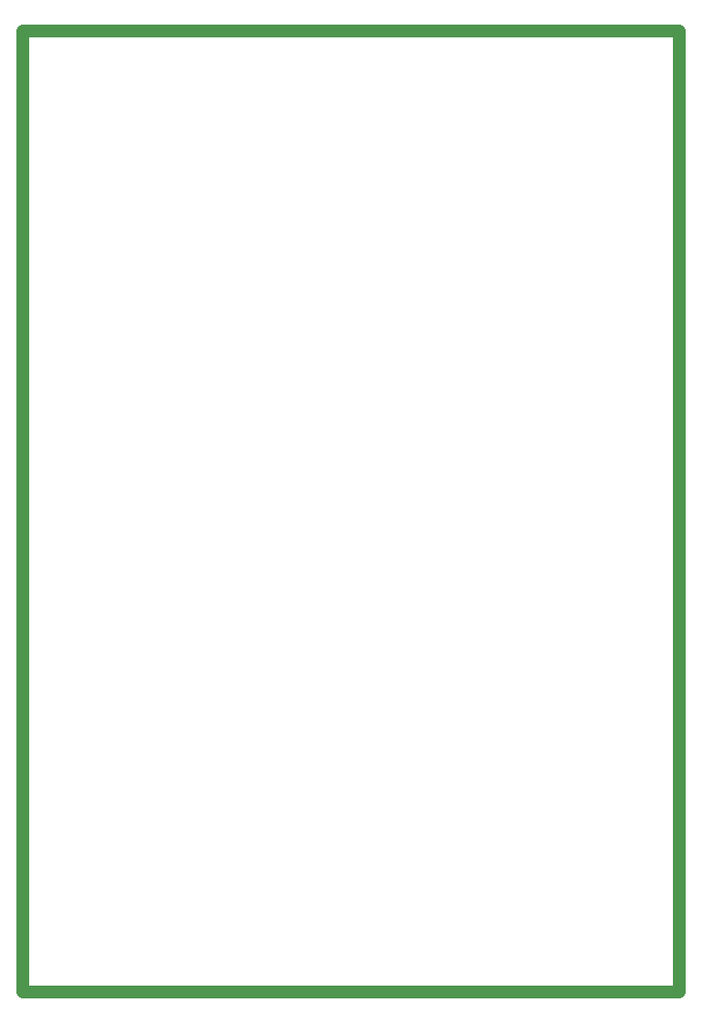
<source format=gbr>
%TF.GenerationSoftware,Altium Limited,Altium Designer,22.5.1 (42)*%
G04 Layer_Color=16711935*
%FSLAX45Y45*%
%MOMM*%
%TF.SameCoordinates,0F5D3445-5268-4BF5-932C-448DE224A770*%
%TF.FilePolarity,Positive*%
%TF.FileFunction,Other,Mechanical_1*%
%TF.Part,Single*%
G01*
G75*
%TA.AperFunction,NonConductor*%
%ADD55C,1.20000*%
D55*
X5740399Y11747500D02*
X11836400D01*
X11836400Y2819400D01*
X5740400D02*
X11836400D01*
X5740399Y11747500D02*
X5740400Y2819400D01*
%TF.MD5,da86c3160312458aef8fd1500477ad6a*%
M02*

</source>
